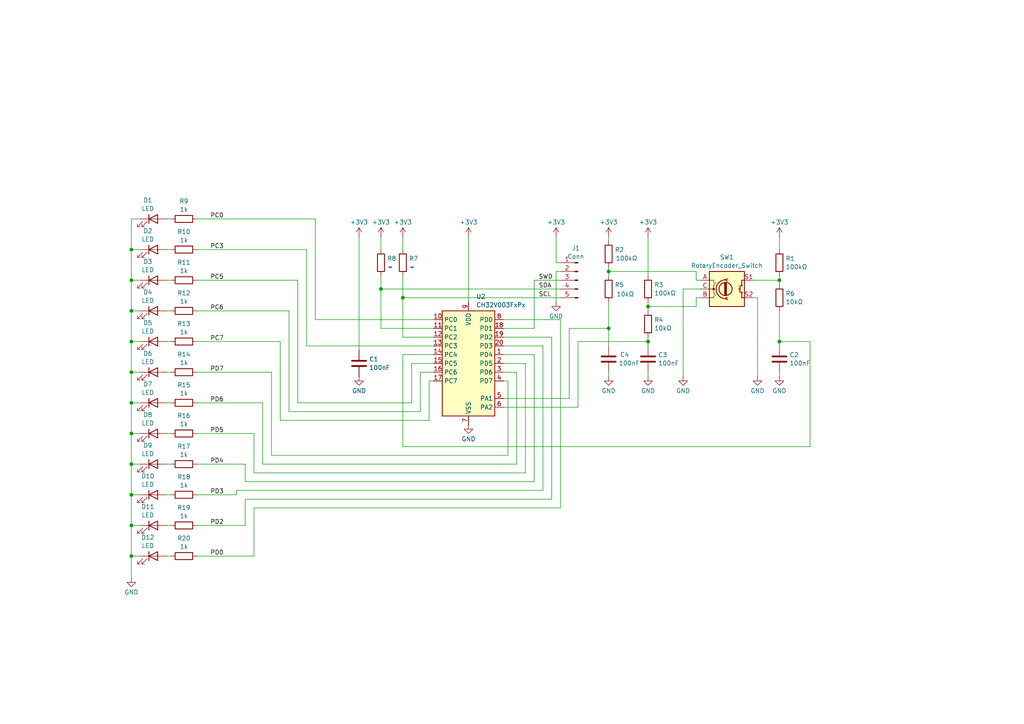
<source format=kicad_sch>
(kicad_sch (version 20231120) (generator "eeschema") (generator_version "8.0")
  (paper "A4")
  (lib_symbols
    (symbol "Connector:Conn_01x05_Pin" (pin_names (offset 1.016) hide)
      (property "Reference" "J" (at 0 7.62 0))
      (property "Value" "Conn_01x05_Pin" (at 0 -7.62 0))
      (symbol "Conn_01x05_Pin_1_1"
        (polyline (pts (xy 1.27 -5.08) (xy 0.8636 -5.08)) (stroke (width 0.1524)))
        (polyline (pts (xy 1.27 -2.54) (xy 0.8636 -2.54)) (stroke (width 0.1524)))
        (polyline (pts (xy 1.27 0) (xy 0.8636 0)) (stroke (width 0.1524)))
        (polyline (pts (xy 1.27 2.54) (xy 0.8636 2.54)) (stroke (width 0.1524)))
        (polyline (pts (xy 1.27 5.08) (xy 0.8636 5.08)) (stroke (width 0.1524)))
        (rectangle (start 0.8636 -4.953) (end 0 -5.207) (stroke (width 0.1524)) (fill (type outline)))
        (rectangle (start 0.8636 -2.413) (end 0 -2.667) (stroke (width 0.1524)) (fill (type outline)))
        (rectangle (start 0.8636 0.127) (end 0 -0.127) (stroke (width 0.1524)) (fill (type outline)))
        (rectangle (start 0.8636 2.667) (end 0 2.413) (stroke (width 0.1524)) (fill (type outline)))
        (rectangle (start 0.8636 5.207) (end 0 4.953) (stroke (width 0.1524)) (fill (type outline)))
        (pin passive line (at 5.08 5.08 180) (length 3.81) (name "Pin_1") (number "1"))
        (pin passive line (at 5.08 2.54 180) (length 3.81) (name "Pin_2") (number "2"))
        (pin passive line (at 5.08 0 180) (length 3.81) (name "Pin_3") (number "3"))
        (pin passive line (at 5.08 -2.54 180) (length 3.81) (name "Pin_4") (number "4"))
        (pin passive line (at 5.08 -5.08 180) (length 3.81) (name "Pin_5") (number "5"))
      )
    )
    (symbol "Device:C" (pin_numbers hide) (pin_names (offset 0.254))
      (property "Reference" "C" (at 0.635 2.54 0))
      (property "Value" "C" (at 0.635 -2.54 0))
      (symbol "C_0_1"
        (polyline (pts (xy -2.032 -0.762) (xy 2.032 -0.762)) (stroke (width 0.508)))
        (polyline (pts (xy -2.032 0.762) (xy 2.032 0.762)) (stroke (width 0.508)))
      )
      (symbol "C_1_1"
        (pin passive line (at 0 3.81 270) (length 2.794) (name "~") (number "1"))
        (pin passive line (at 0 -3.81 90) (length 2.794) (name "~") (number "2"))
      )
    )
    (symbol "Device:LED" (pin_numbers hide) (pin_names (offset 1.016) hide)
      (property "Reference" "D" (at 0 2.54 0))
      (property "Value" "LED" (at 0 -2.54 0))
      (symbol "LED_0_1"
        (polyline (pts (xy -1.27 -1.27) (xy -1.27 1.27)) (stroke (width 0.254)))
        (polyline (pts (xy -1.27 0) (xy 1.27 0)))
        (polyline (pts (xy 1.27 -1.27) (xy 1.27 1.27) (xy -1.27 0) (xy 1.27 -1.27)) (stroke (width 0.254)))
        (polyline (pts (xy -3.048 -0.762) (xy -4.572 -2.286) (xy -3.81 -2.286) (xy -4.572 -2.286) (xy -4.572 -1.524)))
        (polyline (pts (xy -1.778 -0.762) (xy -3.302 -2.286) (xy -2.54 -2.286) (xy -3.302 -2.286) (xy -3.302 -1.524)))
      )
      (symbol "LED_1_1"
        (pin passive line (at -3.81 0 0) (length 2.54) (name "K") (number "1"))
        (pin passive line (at 3.81 0 180) (length 2.54) (name "A") (number "2"))
      )
    )
    (symbol "Device:R" (pin_numbers hide) (pin_names (offset 0))
      (property "Reference" "R" (at 2.032 0 90))
      (property "Value" "R" (at 0 0 90))
      (symbol "R_0_1"
        (rectangle (start -1.016 -2.54) (end 1.016 2.54) (stroke (width 0.254)))
      )
      (symbol "R_1_1"
        (pin passive line (at 0 3.81 270) (length 1.27) (name "~") (number "1"))
        (pin passive line (at 0 -3.81 90) (length 1.27) (name "~") (number "2"))
      )
    )
    (symbol "Device:RotaryEncoder_Switch" (pin_names (offset 0.254) hide)
      (property "Reference" "SW" (at 0 6.604 0))
      (property "Value" "RotaryEncoder_Switch" (at 0 -6.604 0))
      (symbol "RotaryEncoder_Switch_0_1"
        (rectangle (start -5.08 5.08) (end 5.08 -5.08) (stroke (width 0.254)) (fill (type background)))
        (circle (center -3.81 0) (radius 0.254) (fill (type outline)))
        (circle (center -0.381 0) (radius 1.905) (stroke (width 0.254)))
        (arc (start -0.381 2.667) (mid -3.0988 -0.0635) (end -0.381 -2.794) (stroke (width 0.254)))
        (polyline (pts (xy -0.635 -1.778) (xy -0.635 1.778)) (stroke (width 0.254)))
        (polyline (pts (xy -0.381 -1.778) (xy -0.381 1.778)) (stroke (width 0.254)))
        (polyline (pts (xy -0.127 1.778) (xy -0.127 -1.778)) (stroke (width 0.254)))
        (polyline (pts (xy 3.81 0) (xy 3.429 0)) (stroke (width 0.254)))
        (polyline (pts (xy 3.81 1.016) (xy 3.81 -1.016)) (stroke (width 0.254)))
        (polyline (pts (xy -5.08 -2.54) (xy -3.81 -2.54) (xy -3.81 -2.032)))
        (polyline (pts (xy -5.08 2.54) (xy -3.81 2.54) (xy -3.81 2.032)))
        (polyline (pts (xy 0.254 -3.048) (xy -0.508 -2.794) (xy 0.127 -2.413)) (stroke (width 0.254)))
        (polyline (pts (xy 0.254 2.921) (xy -0.508 2.667) (xy 0.127 2.286)) (stroke (width 0.254)))
        (polyline (pts (xy 5.08 -2.54) (xy 4.318 -2.54) (xy 4.318 -1.016)) (stroke (width 0.254)))
        (polyline (pts (xy 5.08 2.54) (xy 4.318 2.54) (xy 4.318 1.016)) (stroke (width 0.254)))
        (polyline (pts (xy -5.08 0) (xy -3.81 0) (xy -3.81 -1.016) (xy -3.302 -2.032)))
        (polyline (pts (xy -4.318 0) (xy -3.81 0) (xy -3.81 1.016) (xy -3.302 2.032)))
        (circle (center 4.318 -1.016) (radius 0.127) (stroke (width 0.254)))
        (circle (center 4.318 1.016) (radius 0.127) (stroke (width 0.254)))
      )
      (symbol "RotaryEncoder_Switch_1_1"
        (pin passive line (at -7.62 2.54 0) (length 2.54) (name "A") (number "A"))
        (pin passive line (at -7.62 -2.54 0) (length 2.54) (name "B") (number "B"))
        (pin passive line (at -7.62 0 0) (length 2.54) (name "C") (number "C"))
        (pin passive line (at 7.62 2.54 180) (length 2.54) (name "S1") (number "S1"))
        (pin passive line (at 7.62 -2.54 180) (length 2.54) (name "S2") (number "S2"))
      )
    )
    (symbol "MCU_WCH_CH32V0:CH32V003FxPx"
      (property "Reference" "U" (at -7.62 17.78 0))
      (property "Value" "CH32V003FxPx" (at 7.62 17.78 0))
      (symbol "CH32V003FxPx_1_1"
        (rectangle (start -7.62 15.24) (end 7.62 -15.24) (stroke (width 0.254)) (fill (type background)))
        (pin bidirectional line (at 10.16 2.54 180) (length 2.54) (name "PD4") (number "1"))
        (pin bidirectional line (at -10.16 12.7 0) (length 2.54) (name "PC0") (number "10"))
        (pin bidirectional line (at -10.16 10.16 0) (length 2.54) (name "PC1") (number "11"))
        (pin bidirectional line (at -10.16 7.62 0) (length 2.54) (name "PC2") (number "12"))
        (pin bidirectional line (at -10.16 5.08 0) (length 2.54) (name "PC3") (number "13"))
        (pin bidirectional line (at -10.16 2.54 0) (length 2.54) (name "PC4") (number "14"))
        (pin bidirectional line (at -10.16 0 0) (length 2.54) (name "PC5") (number "15"))
        (pin bidirectional line (at -10.16 -2.54 0) (length 2.54) (name "PC6") (number "16"))
        (pin bidirectional line (at -10.16 -5.08 0) (length 2.54) (name "PC7") (number "17"))
        (pin bidirectional line (at 10.16 10.16 180) (length 2.54) (name "PD1") (number "18"))
        (pin bidirectional line (at 10.16 7.62 180) (length 2.54) (name "PD2") (number "19"))
        (pin bidirectional line (at 10.16 0 180) (length 2.54) (name "PD5") (number "2"))
        (pin bidirectional line (at 10.16 5.08 180) (length 2.54) (name "PD3") (number "20"))
        (pin bidirectional line (at 10.16 -2.54 180) (length 2.54) (name "PD6") (number "3"))
        (pin bidirectional line (at 10.16 -5.08 180) (length 2.54) (name "PD7") (number "4"))
        (pin bidirectional line (at 10.16 -10.16 180) (length 2.54) (name "PA1") (number "5"))
        (pin bidirectional line (at 10.16 -12.7 180) (length 2.54) (name "PA2") (number "6"))
        (pin power_in line (at 0 -17.78 90) (length 2.54) (name "VSS") (number "7"))
        (pin bidirectional line (at 10.16 12.7 180) (length 2.54) (name "PD0") (number "8"))
        (pin power_in line (at 0 17.78 270) (length 2.54) (name "VDD") (number "9"))
      )
    )
    (symbol "power:+3V3" (power) (pin_numbers hide) (pin_names (offset 0) hide)
      (property "Value" "+3V3" (at 0 3.556 0))
      (symbol "+3V3_0_1"
        (polyline (pts (xy -0.762 1.27) (xy 0 2.54)))
        (polyline (pts (xy 0 0) (xy 0 2.54)))
        (polyline (pts (xy 0 2.54) (xy 0.762 1.27)))
      )
      (symbol "+3V3_1_1"
        (pin power_in line (at 0 0 90) (length 0) (name "~") (number "1"))
      )
    )
    (symbol "power:GND" (power) (pin_numbers hide) (pin_names (offset 0) hide)
      (property "Value" "GND" (at 0 -3.81 0))
      (symbol "GND_0_1"
        (polyline (pts (xy 0 0) (xy 0 -1.27) (xy 1.27 -1.27) (xy 0 -2.54) (xy -1.27 -1.27) (xy 0 -1.27)))
      )
      (symbol "GND_1_1"
        (pin power_in line (at 0 0 270) (length 0) (name "~") (number "1"))
      )
    )
  )
  (junction (at 38.1 107.95))
  (junction (at 38.1 161.29))
  (junction (at 110.49 83.82))
  (junction (at 38.1 99.06))
  (junction (at 38.1 81.28))
  (junction (at 38.1 143.51))
  (junction (at 226.06 81.28))
  (junction (at 187.96 99.06))
  (junction (at 38.1 152.4))
  (junction (at 176.53 78.74))
  (junction (at 116.84 86.36))
  (junction (at 38.1 90.17))
  (junction (at 38.1 134.62))
  (junction (at 187.96 88.9))
  (junction (at 38.1 125.73))
  (junction (at 38.1 116.84))
  (junction (at 176.53 95.25))
  (junction (at 226.06 99.06))
  (junction (at 38.1 72.39))
  (wire (pts (xy 125.73 100.33) (xy 88.9 100.33)))
  (wire (pts (xy 48.26 90.17) (xy 49.53 90.17)))
  (wire (pts (xy 38.1 143.51) (xy 38.1 152.4)))
  (wire (pts (xy 48.26 107.95) (xy 49.53 107.95)))
  (wire (pts (xy 176.53 77.47) (xy 176.53 78.74)))
  (wire (pts (xy 49.53 99.06) (xy 48.26 99.06)))
  (wire (pts (xy 187.96 99.06) (xy 187.96 100.33)))
  (wire (pts (xy 154.94 95.25) (xy 146.05 95.25)))
  (wire (pts (xy 40.64 125.73) (xy 38.1 125.73)))
  (wire (pts (xy 149.86 107.95) (xy 149.86 134.62)))
  (wire (pts (xy 149.86 134.62) (xy 76.2 134.62)))
  (wire (pts (xy 40.64 134.62) (xy 38.1 134.62)))
  (wire (pts (xy 38.1 99.06) (xy 38.1 107.95)))
  (wire (pts (xy 48.26 134.62) (xy 49.53 134.62)))
  (wire (pts (xy 226.06 81.28) (xy 226.06 82.55)))
  (wire (pts (xy 48.26 63.5) (xy 49.53 63.5)))
  (wire (pts (xy 91.44 63.5) (xy 57.15 63.5)))
  (wire (pts (xy 157.48 142.24) (xy 68.58 142.24)))
  (wire (pts (xy 91.44 92.71) (xy 91.44 63.5)))
  (wire (pts (xy 38.1 90.17) (xy 38.1 99.06)))
  (wire (pts (xy 147.32 132.08) (xy 78.74 132.08)))
  (wire (pts (xy 48.26 125.73) (xy 49.53 125.73)))
  (wire (pts (xy 38.1 63.5) (xy 38.1 72.39)))
  (wire (pts (xy 38.1 81.28) (xy 38.1 90.17)))
  (wire (pts (xy 201.93 88.9) (xy 187.96 88.9)))
  (wire (pts (xy 165.1 95.25) (xy 165.1 115.57)))
  (wire (pts (xy 146.05 100.33) (xy 157.48 100.33)))
  (wire (pts (xy 40.64 90.17) (xy 38.1 90.17)))
  (wire (pts (xy 73.66 125.73) (xy 57.15 125.73)))
  (wire (pts (xy 187.96 99.06) (xy 187.96 97.79)))
  (wire (pts (xy 147.32 110.49) (xy 147.32 132.08)))
  (wire (pts (xy 86.36 81.28) (xy 57.15 81.28)))
  (wire (pts (xy 83.82 90.17) (xy 57.15 90.17)))
  (wire (pts (xy 125.73 110.49) (xy 124.46 110.49)))
  (wire (pts (xy 203.2 83.82) (xy 198.12 83.82)))
  (wire (pts (xy 125.73 92.71) (xy 91.44 92.71)))
  (wire (pts (xy 71.12 134.62) (xy 57.15 134.62)))
  (wire (pts (xy 116.84 80.01) (xy 116.84 86.36)))
  (wire (pts (xy 73.66 161.29) (xy 57.15 161.29)))
  (wire (pts (xy 162.56 78.74) (xy 161.29 78.74)))
  (wire (pts (xy 124.46 110.49) (xy 124.46 121.92)))
  (wire (pts (xy 226.06 68.58) (xy 226.06 72.39)))
  (wire (pts (xy 110.49 83.82) (xy 162.56 83.82)))
  (wire (pts (xy 71.12 144.78) (xy 160.02 144.78)))
  (wire (pts (xy 226.06 109.22) (xy 226.06 107.95)))
  (wire (pts (xy 146.05 107.95) (xy 149.86 107.95)))
  (wire (pts (xy 124.46 121.92) (xy 81.28 121.92)))
  (wire (pts (xy 176.53 100.33) (xy 176.53 95.25)))
  (wire (pts (xy 86.36 116.84) (xy 86.36 81.28)))
  (wire (pts (xy 218.44 86.36) (xy 219.71 86.36)))
  (wire (pts (xy 152.4 105.41) (xy 152.4 137.16)))
  (wire (pts (xy 38.1 72.39) (xy 38.1 81.28)))
  (wire (pts (xy 165.1 95.25) (xy 176.53 95.25)))
  (wire (pts (xy 40.64 63.5) (xy 38.1 63.5)))
  (wire (pts (xy 125.73 102.87) (xy 116.84 102.87)))
  (wire (pts (xy 187.96 99.06) (xy 167.64 99.06)))
  (wire (pts (xy 162.56 92.71) (xy 162.56 147.32)))
  (wire (pts (xy 40.64 143.51) (xy 38.1 143.51)))
  (wire (pts (xy 154.94 102.87) (xy 154.94 139.7)))
  (wire (pts (xy 176.53 109.22) (xy 176.53 107.95)))
  (wire (pts (xy 88.9 72.39) (xy 57.15 72.39)))
  (wire (pts (xy 40.64 116.84) (xy 38.1 116.84)))
  (wire (pts (xy 48.26 72.39) (xy 49.53 72.39)))
  (wire (pts (xy 104.14 68.58) (xy 104.14 101.6)))
  (wire (pts (xy 218.44 81.28) (xy 226.06 81.28)))
  (wire (pts (xy 38.1 134.62) (xy 38.1 143.51)))
  (wire (pts (xy 48.26 143.51) (xy 49.53 143.51)))
  (wire (pts (xy 135.89 68.58) (xy 135.89 87.63)))
  (wire (pts (xy 116.84 68.58) (xy 116.84 72.39)))
  (wire (pts (xy 176.53 68.58) (xy 176.53 69.85)))
  (wire (pts (xy 40.64 152.4) (xy 38.1 152.4)))
  (wire (pts (xy 201.93 78.74) (xy 201.93 81.28)))
  (wire (pts (xy 201.93 81.28) (xy 203.2 81.28)))
  (wire (pts (xy 73.66 137.16) (xy 73.66 125.73)))
  (wire (pts (xy 76.2 116.84) (xy 57.15 116.84)))
  (wire (pts (xy 146.05 102.87) (xy 154.94 102.87)))
  (wire (pts (xy 40.64 81.28) (xy 38.1 81.28)))
  (wire (pts (xy 226.06 99.06) (xy 226.06 100.33)))
  (wire (pts (xy 40.64 161.29) (xy 38.1 161.29)))
  (wire (pts (xy 146.05 92.71) (xy 162.56 92.71)))
  (wire (pts (xy 176.53 87.63) (xy 176.53 95.25)))
  (wire (pts (xy 157.48 100.33) (xy 157.48 142.24)))
  (wire (pts (xy 226.06 99.06) (xy 234.95 99.06)))
  (wire (pts (xy 201.93 86.36) (xy 201.93 88.9)))
  (wire (pts (xy 146.05 110.49) (xy 147.32 110.49)))
  (wire (pts (xy 121.92 107.95) (xy 121.92 119.38)))
  (wire (pts (xy 38.1 116.84) (xy 38.1 125.73)))
  (wire (pts (xy 119.38 116.84) (xy 86.36 116.84)))
  (wire (pts (xy 81.28 121.92) (xy 81.28 99.06)))
  (wire (pts (xy 161.29 68.58) (xy 161.29 76.2)))
  (wire (pts (xy 116.84 86.36) (xy 162.56 86.36)))
  (wire (pts (xy 146.05 97.79) (xy 160.02 97.79)))
  (wire (pts (xy 76.2 134.62) (xy 76.2 116.84)))
  (wire (pts (xy 78.74 107.95) (xy 57.15 107.95)))
  (wire (pts (xy 226.06 90.17) (xy 226.06 99.06)))
  (wire (pts (xy 161.29 76.2) (xy 162.56 76.2)))
  (wire (pts (xy 71.12 139.7) (xy 71.12 134.62)))
  (wire (pts (xy 40.64 72.39) (xy 38.1 72.39)))
  (wire (pts (xy 119.38 105.41) (xy 119.38 116.84)))
  (wire (pts (xy 48.26 152.4) (xy 49.53 152.4)))
  (wire (pts (xy 40.64 99.06) (xy 38.1 99.06)))
  (wire (pts (xy 110.49 68.58) (xy 110.49 72.39)))
  (wire (pts (xy 49.53 116.84) (xy 48.26 116.84)))
  (wire (pts (xy 121.92 119.38) (xy 83.82 119.38)))
  (wire (pts (xy 146.05 105.41) (xy 152.4 105.41)))
  (wire (pts (xy 71.12 144.78) (xy 71.12 152.4)))
  (wire (pts (xy 152.4 137.16) (xy 73.66 137.16)))
  (wire (pts (xy 68.58 143.51) (xy 57.15 143.51)))
  (wire (pts (xy 187.96 88.9) (xy 187.96 90.17)))
  (wire (pts (xy 154.94 81.28) (xy 154.94 95.25)))
  (wire (pts (xy 160.02 97.79) (xy 160.02 144.78)))
  (wire (pts (xy 48.26 81.28) (xy 49.53 81.28)))
  (wire (pts (xy 116.84 86.36) (xy 116.84 97.79)))
  (wire (pts (xy 116.84 102.87) (xy 116.84 129.54)))
  (wire (pts (xy 161.29 78.74) (xy 161.29 87.63)))
  (wire (pts (xy 40.64 107.95) (xy 38.1 107.95)))
  (wire (pts (xy 83.82 119.38) (xy 83.82 90.17)))
  (wire (pts (xy 38.1 152.4) (xy 38.1 161.29)))
  (wire (pts (xy 162.56 147.32) (xy 73.66 147.32)))
  (wire (pts (xy 116.84 97.79) (xy 125.73 97.79)))
  (wire (pts (xy 71.12 152.4) (xy 57.15 152.4)))
  (wire (pts (xy 38.1 161.29) (xy 38.1 167.64)))
  (wire (pts (xy 187.96 87.63) (xy 187.96 88.9)))
  (wire (pts (xy 38.1 125.73) (xy 38.1 134.62)))
  (wire (pts (xy 176.53 78.74) (xy 176.53 80.01)))
  (wire (pts (xy 187.96 68.58) (xy 187.96 80.01)))
  (wire (pts (xy 219.71 86.36) (xy 219.71 109.22)))
  (wire (pts (xy 234.95 129.54) (xy 234.95 99.06)))
  (wire (pts (xy 125.73 107.95) (xy 121.92 107.95)))
  (wire (pts (xy 165.1 115.57) (xy 146.05 115.57)))
  (wire (pts (xy 88.9 100.33) (xy 88.9 72.39)))
  (wire (pts (xy 48.26 161.29) (xy 49.53 161.29)))
  (wire (pts (xy 187.96 109.22) (xy 187.96 107.95)))
  (wire (pts (xy 125.73 105.41) (xy 119.38 105.41)))
  (wire (pts (xy 154.94 139.7) (xy 71.12 139.7)))
  (wire (pts (xy 110.49 95.25) (xy 125.73 95.25)))
  (wire (pts (xy 116.84 129.54) (xy 234.95 129.54)))
  (wire (pts (xy 146.05 118.11) (xy 167.64 118.11)))
  (wire (pts (xy 110.49 80.01) (xy 110.49 83.82)))
  (wire (pts (xy 81.28 99.06) (xy 57.15 99.06)))
  (wire (pts (xy 110.49 83.82) (xy 110.49 95.25)))
  (wire (pts (xy 167.64 99.06) (xy 167.64 118.11)))
  (wire (pts (xy 201.93 86.36) (xy 203.2 86.36)))
  (wire (pts (xy 68.58 142.24) (xy 68.58 143.51)))
  (wire (pts (xy 73.66 147.32) (xy 73.66 161.29)))
  (wire (pts (xy 176.53 78.74) (xy 201.93 78.74)))
  (wire (pts (xy 198.12 83.82) (xy 198.12 109.22)))
  (wire (pts (xy 78.74 132.08) (xy 78.74 107.95)))
  (wire (pts (xy 226.06 80.01) (xy 226.06 81.28)))
  (wire (pts (xy 38.1 107.95) (xy 38.1 116.84)))
  (wire (pts (xy 162.56 81.28) (xy 154.94 81.28)))
  (label "PD4" (at 60.96 134.62 0))
  (label "SCL" (at 156.21 86.36 0))
  (label "PD6" (at 60.96 116.84 0))
  (label "SWD" (at 156.21 81.28 0))
  (label "PD5" (at 60.96 125.73 0))
  (label "PD2" (at 60.96 152.4 0))
  (label "PC6" (at 60.96 90.17 0))
  (label "PD3" (at 60.96 143.51 0))
  (label "PC7" (at 60.96 99.06 0))
  (label "PC0" (at 60.96 63.5 0))
  (label "PD0" (at 60.96 161.29 0))
  (label "PC5" (at 60.96 81.28 0))
  (label "SDA" (at 156.21 83.82 0))
  (label "PC3" (at 60.96 72.39 0))
  (label "PD7" (at 60.96 107.95 0))
  (symbol (lib_id "power:+3V3") (at 116.84 68.58 0) (unit 1)
    (property "Reference" "#PWR012" (effects (hide yes)))
    (property "Value" "+3V3" (at 116.84 64.4469 0))
    (property "Description" "Power symbol creates a global label with name \"+3V3\"" (effects (hide yes)))
  )
  (symbol (lib_id "Device:C") (at 176.53 104.14 0) (unit 1)
    (property "Reference" "C4" (at 179.832 102.87 0) (effects (justify left)))
    (property "Value" "100nF" (at 179.451 105.3521 0) (effects (justify left)))
    (property "Footprint" "Capacitor_SMD:C_0603_1608Metric_Pad1.08x0.95mm_HandSolder" (effects (hide yes)))
    (property "Description" "Unpolarized capacitor" (effects (hide yes)))
  )
  (symbol (lib_id "Connector:Conn_01x05_Pin") (at 167.64 81.28 0) (mirror y) (unit 1)
    (property "Reference" "J1" (at 167.005 71.9793 0))
    (property "Value" "Conn" (at 167.005 74.4036 0))
    (property "Footprint" "Connector_JST:JST_XH_B5B-XH-A_1x05_P2.50mm_Vertical" (effects (hide yes)))
    (property "Description" "Generic connector, single row, 01x05, script generated" (effects (hide yes)))
  )
  (symbol (lib_id "Device:LED") (at 44.45 90.17 0) (unit 1)
    (property "Reference" "D4" (at 42.8625 84.7555 0))
    (property "Value" "LED" (at 42.8625 87.1798 0))
    (property "Footprint" "LED_SMD:LED_0603_1608Metric_Pad1.05x0.95mm_HandSolder" (effects (hide yes)))
    (property "Description" "Light emitting diode" (effects (hide yes)))
  )
  (symbol (lib_id "Device:R") (at 53.34 81.28 90) (unit 1)
    (property "Reference" "R11" (at 53.34 76.1195 90))
    (property "Value" "1k" (at 53.34 78.5438 90))
    (property "Footprint" "Resistor_SMD:R_0603_1608Metric_Pad0.98x0.95mm_HandSolder" (effects (hide yes)))
    (property "Description" "Resistor" (effects (hide yes)))
  )
  (symbol (lib_id "Device:C") (at 226.06 104.14 0) (unit 1)
    (property "Reference" "C2" (at 228.981 102.9278 0) (effects (justify left)))
    (property "Value" "100nF" (at 228.981 105.3521 0) (effects (justify left)))
    (property "Footprint" "Capacitor_SMD:C_0603_1608Metric_Pad1.08x0.95mm_HandSolder" (effects (hide yes)))
    (property "Description" "Unpolarized capacitor" (effects (hide yes)))
  )
  (symbol (lib_id "power:GND") (at 176.53 109.22 0) (unit 1)
    (property "Reference" "#PWR03" (effects (hide yes)))
    (property "Value" "GND" (at 176.53 113.3531 0))
    (property "Description" "Power symbol creates a global label with name \"GND\" , ground" (effects (hide yes)))
  )
  (symbol (lib_id "Device:C") (at 104.14 105.41 0) (unit 1)
    (property "Reference" "C1" (at 107.061 104.1978 0) (effects (justify left)))
    (property "Value" "100nF" (at 107.061 106.6221 0) (effects (justify left)))
    (property "Footprint" "Capacitor_SMD:C_0603_1608Metric_Pad1.08x0.95mm_HandSolder" (effects (hide yes)))
    (property "Description" "Unpolarized capacitor" (effects (hide yes)))
  )
  (symbol (lib_id "Device:R") (at 226.06 86.36 0) (unit 1)
    (property "Reference" "R6" (at 227.838 85.1478 0) (effects (justify left)))
    (property "Value" "10kΩ" (at 227.838 87.5721 0) (effects (justify left)))
    (property "Footprint" "Resistor_SMD:R_0603_1608Metric_Pad0.98x0.95mm_HandSolder" (effects (hide yes)))
    (property "Description" "Resistor" (effects (hide yes)))
  )
  (symbol (lib_id "Device:LED") (at 44.45 99.06 0) (unit 1)
    (property "Reference" "D5" (at 42.8625 93.6455 0))
    (property "Value" "LED" (at 42.8625 96.0698 0))
    (property "Footprint" "LED_SMD:LED_0603_1608Metric_Pad1.05x0.95mm_HandSolder" (effects (hide yes)))
    (property "Description" "Light emitting diode" (effects (hide yes)))
  )
  (symbol (lib_id "Device:LED") (at 44.45 161.29 0) (unit 1)
    (property "Reference" "D12" (at 42.8625 155.8755 0))
    (property "Value" "LED" (at 42.8625 158.2998 0))
    (property "Footprint" "LED_SMD:LED_0603_1608Metric_Pad1.05x0.95mm_HandSolder" (effects (hide yes)))
    (property "Description" "Light emitting diode" (effects (hide yes)))
  )
  (symbol (lib_id "Device:R") (at 53.34 107.95 90) (unit 1)
    (property "Reference" "R14" (at 53.34 102.7895 90))
    (property "Value" "1k" (at 53.34 105.2138 90))
    (property "Footprint" "Resistor_SMD:R_0603_1608Metric_Pad0.98x0.95mm_HandSolder" (effects (hide yes)))
    (property "Description" "Resistor" (effects (hide yes)))
  )
  (symbol (lib_id "power:GND") (at 104.14 109.22 0) (unit 1)
    (property "Reference" "#PWR016" (effects (hide yes)))
    (property "Value" "GND" (at 104.14 113.3531 0))
    (property "Description" "Power symbol creates a global label with name \"GND\" , ground" (effects (hide yes)))
  )
  (symbol (lib_id "Device:R") (at 53.34 99.06 90) (unit 1)
    (property "Reference" "R13" (at 53.34 93.8995 90))
    (property "Value" "1k" (at 53.34 96.3238 90))
    (property "Footprint" "Resistor_SMD:R_0603_1608Metric_Pad0.98x0.95mm_HandSolder" (effects (hide yes)))
    (property "Description" "Resistor" (effects (hide yes)))
  )
  (symbol (lib_id "Device:R") (at 53.34 152.4 90) (unit 1)
    (property "Reference" "R19" (at 53.34 147.2395 90))
    (property "Value" "1k" (at 53.34 149.6638 90))
    (property "Footprint" "Resistor_SMD:R_0603_1608Metric_Pad0.98x0.95mm_HandSolder" (effects (hide yes)))
    (property "Description" "Resistor" (effects (hide yes)))
  )
  (symbol (lib_id "power:GND") (at 219.71 109.22 0) (unit 1)
    (property "Reference" "#PWR02" (effects (hide yes)))
    (property "Value" "GND" (at 219.71 113.3531 0))
    (property "Description" "Power symbol creates a global label with name \"GND\" , ground" (effects (hide yes)))
  )
  (symbol (lib_id "Device:R") (at 110.49 76.2 0) (unit 1)
    (property "Reference" "R8" (at 112.268 74.9878 0) (effects (justify left)))
    (property "Value" "∞" (at 112.268 77.4121 0) (effects (justify left)))
    (property "Footprint" "Resistor_SMD:R_0603_1608Metric_Pad0.98x0.95mm_HandSolder" (effects (hide yes)))
    (property "Description" "Resistor" (effects (hide yes)))
  )
  (symbol (lib_id "Device:R") (at 187.96 93.98 0) (unit 1)
    (property "Reference" "R4" (at 189.738 92.7678 0) (effects (justify left)))
    (property "Value" "10kΩ" (at 189.738 95.1921 0) (effects (justify left)))
    (property "Footprint" "Resistor_SMD:R_0603_1608Metric_Pad0.98x0.95mm_HandSolder" (effects (hide yes)))
    (property "Description" "Resistor" (effects (hide yes)))
  )
  (symbol (lib_id "Device:R") (at 53.34 63.5 90) (unit 1)
    (property "Reference" "R9" (at 53.34 58.3395 90))
    (property "Value" "1k" (at 53.34 60.7638 90))
    (property "Footprint" "Resistor_SMD:R_0603_1608Metric_Pad0.98x0.95mm_HandSolder" (effects (hide yes)))
    (property "Description" "Resistor" (effects (hide yes)))
  )
  (symbol (lib_id "Device:R") (at 53.34 116.84 90) (unit 1)
    (property "Reference" "R15" (at 53.34 111.6795 90))
    (property "Value" "1k" (at 53.34 114.1038 90))
    (property "Footprint" "Resistor_SMD:R_0603_1608Metric_Pad0.98x0.95mm_HandSolder" (effects (hide yes)))
    (property "Description" "Resistor" (effects (hide yes)))
  )
  (symbol (lib_id "Device:R") (at 116.84 76.2 0) (unit 1)
    (property "Reference" "R7" (at 118.618 74.9878 0) (effects (justify left)))
    (property "Value" "∞" (at 118.618 77.4121 0) (effects (justify left)))
    (property "Footprint" "Resistor_SMD:R_0603_1608Metric_Pad0.98x0.95mm_HandSolder" (effects (hide yes)))
    (property "Description" "Resistor" (effects (hide yes)))
  )
  (symbol (lib_id "power:+3V3") (at 110.49 68.58 0) (unit 1)
    (property "Reference" "#PWR013" (effects (hide yes)))
    (property "Value" "+3V3" (at 110.49 64.4469 0))
    (property "Description" "Power symbol creates a global label with name \"+3V3\"" (effects (hide yes)))
  )
  (symbol (lib_id "Device:R") (at 226.06 76.2 0) (unit 1)
    (property "Reference" "R1" (at 227.838 74.9878 0) (effects (justify left)))
    (property "Value" "100kΩ" (at 227.838 77.4121 0) (effects (justify left)))
    (property "Footprint" "Resistor_SMD:R_0603_1608Metric_Pad0.98x0.95mm_HandSolder" (effects (hide yes)))
    (property "Description" "Resistor" (effects (hide yes)))
  )
  (symbol (lib_id "power:GND") (at 38.1 167.64 0) (unit 1)
    (property "Reference" "#PWR017" (effects (hide yes)))
    (property "Value" "GND" (at 38.1 171.7731 0))
    (property "Description" "Power symbol creates a global label with name \"GND\" , ground" (effects (hide yes)))
  )
  (symbol (lib_id "Device:LED") (at 44.45 107.95 0) (unit 1)
    (property "Reference" "D6" (at 42.8625 102.5355 0))
    (property "Value" "LED" (at 42.8625 104.9598 0))
    (property "Footprint" "LED_SMD:LED_0603_1608Metric_Pad1.05x0.95mm_HandSolder" (effects (hide yes)))
    (property "Description" "Light emitting diode" (effects (hide yes)))
  )
  (symbol (lib_id "Device:R") (at 176.53 73.66 0) (unit 1)
    (property "Reference" "R2" (at 178.308 72.4478 0) (effects (justify left)))
    (property "Value" "100kΩ" (at 178.562 74.93 0) (effects (justify left)))
    (property "Footprint" "Resistor_SMD:R_0603_1608Metric_Pad0.98x0.95mm_HandSolder" (effects (hide yes)))
    (property "Description" "Resistor" (effects (hide yes)))
  )
  (symbol (lib_id "Device:R") (at 176.53 83.82 0) (unit 1)
    (property "Reference" "R5" (at 178.308 82.6078 0) (effects (justify left)))
    (property "Value" "10kΩ" (at 178.816 85.344 0) (effects (justify left)))
    (property "Footprint" "Resistor_SMD:R_0603_1608Metric_Pad0.98x0.95mm_HandSolder" (effects (hide yes)))
    (property "Description" "Resistor" (effects (hide yes)))
  )
  (symbol (lib_id "power:GND") (at 226.06 109.22 0) (unit 1)
    (property "Reference" "#PWR011" (effects (hide yes)))
    (property "Value" "GND" (at 226.06 113.3531 0))
    (property "Description" "Power symbol creates a global label with name \"GND\" , ground" (effects (hide yes)))
  )
  (symbol (lib_id "Device:R") (at 53.34 143.51 90) (unit 1)
    (property "Reference" "R18" (at 53.34 138.3495 90))
    (property "Value" "1k" (at 53.34 140.7738 90))
    (property "Footprint" "Resistor_SMD:R_0603_1608Metric_Pad0.98x0.95mm_HandSolder" (effects (hide yes)))
    (property "Description" "Resistor" (effects (hide yes)))
  )
  (symbol (lib_id "power:GND") (at 135.89 123.19 0) (unit 1)
    (property "Reference" "#PWR01" (effects (hide yes)))
    (property "Value" "GND" (at 135.89 127.3231 0))
    (property "Description" "Power symbol creates a global label with name \"GND\" , ground" (effects (hide yes)))
  )
  (symbol (lib_id "Device:R") (at 53.34 72.39 90) (unit 1)
    (property "Reference" "R10" (at 53.34 67.2295 90))
    (property "Value" "1k" (at 53.34 69.6538 90))
    (property "Footprint" "Resistor_SMD:R_0603_1608Metric_Pad0.98x0.95mm_HandSolder" (effects (hide yes)))
    (property "Description" "Resistor" (effects (hide yes)))
  )
  (symbol (lib_id "Device:R") (at 53.34 161.29 90) (unit 1)
    (property "Reference" "R20" (at 53.34 156.1295 90))
    (property "Value" "1k" (at 53.34 158.5538 90))
    (property "Footprint" "Resistor_SMD:R_0603_1608Metric_Pad0.98x0.95mm_HandSolder" (effects (hide yes)))
    (property "Description" "Resistor" (effects (hide yes)))
  )
  (symbol (lib_id "Device:LED") (at 44.45 125.73 0) (unit 1)
    (property "Reference" "D8" (at 42.8625 120.3155 0))
    (property "Value" "LED" (at 42.8625 122.7398 0))
    (property "Footprint" "LED_SMD:LED_0603_1608Metric_Pad1.05x0.95mm_HandSolder" (effects (hide yes)))
    (property "Description" "Light emitting diode" (effects (hide yes)))
  )
  (symbol (lib_id "Device:LED") (at 44.45 81.28 0) (unit 1)
    (property "Reference" "D3" (at 42.8625 75.8655 0))
    (property "Value" "LED" (at 42.8625 78.2898 0))
    (property "Footprint" "LED_SMD:LED_0603_1608Metric_Pad1.05x0.95mm_HandSolder" (effects (hide yes)))
    (property "Description" "Light emitting diode" (effects (hide yes)))
  )
  (symbol (lib_id "Device:RotaryEncoder_Switch") (at 210.82 83.82 0) (unit 1)
    (property "Reference" "SW1" (at 210.82 74.5955 0))
    (property "Value" "RotaryEncoder_Switch" (at 210.82 77.0198 0))
    (property "Footprint" "Rotary_Encoder:RotaryEncoder_Bourns_Vertical_PEC12R-3x17F-Sxxxx" (effects (hide yes)))
    (property "Description" "Rotary encoder, dual channel, incremental quadrate outputs, with switch" (effects (hide yes)))
  )
  (symbol (lib_id "Device:R") (at 53.34 125.73 90) (unit 1)
    (property "Reference" "R16" (at 53.34 120.5695 90))
    (property "Value" "1k" (at 53.34 122.9938 90))
    (property "Footprint" "Resistor_SMD:R_0603_1608Metric_Pad0.98x0.95mm_HandSolder" (effects (hide yes)))
    (property "Description" "Resistor" (effects (hide yes)))
  )
  (symbol (lib_id "Device:LED") (at 44.45 63.5 0) (unit 1)
    (property "Reference" "D1" (at 42.8625 58.0855 0))
    (property "Value" "LED" (at 42.8625 60.5098 0))
    (property "Footprint" "LED_SMD:LED_0603_1608Metric_Pad1.05x0.95mm_HandSolder" (effects (hide yes)))
    (property "Description" "Light emitting diode" (effects (hide yes)))
  )
  (symbol (lib_id "power:+3V3") (at 161.29 68.58 0) (unit 1)
    (property "Reference" "#PWR014" (effects (hide yes)))
    (property "Value" "+3V3" (at 161.29 64.4469 0))
    (property "Description" "Power symbol creates a global label with name \"+3V3\"" (effects (hide yes)))
  )
  (symbol (lib_id "power:+3V3") (at 104.14 68.58 0) (unit 1)
    (property "Reference" "#PWR015" (effects (hide yes)))
    (property "Value" "+3V3" (at 104.14 64.4469 0))
    (property "Description" "Power symbol creates a global label with name \"+3V3\"" (effects (hide yes)))
  )
  (symbol (lib_id "Device:R") (at 53.34 134.62 90) (unit 1)
    (property "Reference" "R17" (at 53.34 129.4595 90))
    (property "Value" "1k" (at 53.34 131.8838 90))
    (property "Footprint" "Resistor_SMD:R_0603_1608Metric_Pad0.98x0.95mm_HandSolder" (effects (hide yes)))
    (property "Description" "Resistor" (effects (hide yes)))
  )
  (symbol (lib_id "MCU_WCH_CH32V0:CH32V003FxPx") (at 135.89 105.41 0) (unit 1)
    (property "Reference" "U2" (at 138.0841 86.0255 0) (effects (justify left)))
    (property "Value" "CH32V003FxPx" (at 138.0841 88.4498 0) (effects (justify left)))
    (property "Footprint" "Package_SO:TSSOP-20_4.4x6.5mm_P0.65mm" (effects (hide yes)))
    (property "Datasheet" "https://www.wch-ic.com/products/CH32V003.html" (effects (hide yes)))
    (property "Description" "CH32V003 series are industrial-grade general-purpose microcontrollers designed based on 32-bit RISC-V instruction set and architecture. It adopts QingKe V2A core, RV32EC instruction set, and supports 2 levels of interrupt nesting. The series are mounted with rich peripheral interfaces and function modules. Its internal organizational structure meets the low-cost and low-power embedded application scenarios." (effects (hide yes)))
  )
  (symbol (lib_id "Device:C") (at 187.96 104.14 0) (unit 1)
    (property "Reference" "C3" (at 190.881 102.9278 0) (effects (justify left)))
    (property "Value" "100nF" (at 190.881 105.3521 0) (effects (justify left)))
    (property "Footprint" "Capacitor_SMD:C_0603_1608Metric_Pad1.08x0.95mm_HandSolder" (effects (hide yes)))
    (property "Description" "Unpolarized capacitor" (effects (hide yes)))
  )
  (symbol (lib_id "power:+3V3") (at 135.89 68.58 0) (unit 1)
    (property "Reference" "#PWR09" (effects (hide yes)))
    (property "Value" "+3V3" (at 135.89 64.4469 0))
    (property "Description" "Power symbol creates a global label with name \"+3V3\"" (effects (hide yes)))
  )
  (symbol (lib_id "power:+3V3") (at 176.53 68.58 0) (unit 1)
    (property "Reference" "#PWR07" (effects (hide yes)))
    (property "Value" "+3V3" (at 176.53 64.4469 0))
    (property "Description" "Power symbol creates a global label with name \"+3V3\"" (effects (hide yes)))
  )
  (symbol (lib_id "Device:LED") (at 44.45 152.4 0) (unit 1)
    (property "Reference" "D11" (at 42.8625 146.9855 0))
    (property "Value" "LED" (at 42.8625 149.4098 0))
    (property "Footprint" "LED_SMD:LED_0603_1608Metric_Pad1.05x0.95mm_HandSolder" (effects (hide yes)))
    (property "Description" "Light emitting diode" (effects (hide yes)))
  )
  (symbol (lib_id "power:GND") (at 198.12 109.22 0) (unit 1)
    (property "Reference" "#PWR05" (effects (hide yes)))
    (property "Value" "GND" (at 198.12 113.3531 0))
    (property "Description" "Power symbol creates a global label with name \"GND\" , ground" (effects (hide yes)))
  )
  (symbol (lib_id "Device:LED") (at 44.45 143.51 0) (unit 1)
    (property "Reference" "D10" (at 42.8625 138.0955 0))
    (property "Value" "LED" (at 42.8625 140.5198 0))
    (property "Footprint" "LED_SMD:LED_0603_1608Metric_Pad1.05x0.95mm_HandSolder" (effects (hide yes)))
    (property "Description" "Light emitting diode" (effects (hide yes)))
  )
  (symbol (lib_id "power:GND") (at 161.29 87.63 0) (unit 1)
    (property "Reference" "#PWR010" (effects (hide yes)))
    (property "Value" "GND" (at 161.29 91.7631 0))
    (property "Description" "Power symbol creates a global label with name \"GND\" , ground" (effects (hide yes)))
  )
  (symbol (lib_id "power:+3V3") (at 187.96 68.58 0) (unit 1)
    (property "Reference" "#PWR06" (effects (hide yes)))
    (property "Value" "+3V3" (at 187.96 64.4469 0))
    (property "Description" "Power symbol creates a global label with name \"+3V3\"" (effects (hide yes)))
  )
  (symbol (lib_id "Device:LED") (at 44.45 116.84 0) (unit 1)
    (property "Reference" "D7" (at 42.8625 111.4255 0))
    (property "Value" "LED" (at 42.8625 113.8498 0))
    (property "Footprint" "LED_SMD:LED_0603_1608Metric_Pad1.05x0.95mm_HandSolder" (effects (hide yes)))
    (property "Description" "Light emitting diode" (effects (hide yes)))
  )
  (symbol (lib_id "Device:LED") (at 44.45 134.62 0) (unit 1)
    (property "Reference" "D9" (at 42.8625 129.2055 0))
    (property "Value" "LED" (at 42.8625 131.6298 0))
    (property "Footprint" "LED_SMD:LED_0603_1608Metric_Pad1.05x0.95mm_HandSolder" (effects (hide yes)))
    (property "Description" "Light emitting diode" (effects (hide yes)))
  )
  (symbol (lib_id "power:+3V3") (at 226.06 68.58 0) (unit 1)
    (property "Reference" "#PWR08" (effects (hide yes)))
    (property "Value" "+3V3" (at 226.06 64.4469 0))
    (property "Description" "Power symbol creates a global label with name \"+3V3\"" (effects (hide yes)))
  )
  (symbol (lib_id "power:GND") (at 187.96 109.22 0) (unit 1)
    (property "Reference" "#PWR04" (effects (hide yes)))
    (property "Value" "GND" (at 187.96 113.3531 0))
    (property "Description" "Power symbol creates a global label with name \"GND\" , ground" (effects (hide yes)))
  )
  (symbol (lib_id "Device:R") (at 53.34 90.17 90) (unit 1)
    (property "Reference" "R12" (at 53.34 85.0095 90))
    (property "Value" "1k" (at 53.34 87.4338 90))
    (property "Footprint" "Resistor_SMD:R_0603_1608Metric_Pad0.98x0.95mm_HandSolder" (effects (hide yes)))
    (property "Description" "Resistor" (effects (hide yes)))
  )
  (symbol (lib_id "Device:LED") (at 44.45 72.39 0) (unit 1)
    (property "Reference" "D2" (at 42.8625 66.9755 0))
    (property "Value" "LED" (at 42.8625 69.3998 0))
    (property "Footprint" "LED_SMD:LED_0603_1608Metric_Pad1.05x0.95mm_HandSolder" (effects (hide yes)))
    (property "Description" "Light emitting diode" (effects (hide yes)))
  )
  (symbol (lib_id "Device:R") (at 187.96 83.82 0) (unit 1)
    (property "Reference" "R3" (at 189.738 82.6078 0) (effects (justify left)))
    (property "Value" "100kΩ" (at 189.738 85.0321 0) (effects (justify left)))
    (property "Footprint" "Resistor_SMD:R_0603_1608Metric_Pad0.98x0.95mm_HandSolder" (effects (hide yes)))
    (property "Description" "Resistor" (effects (hide yes)))
  )
)
</source>
